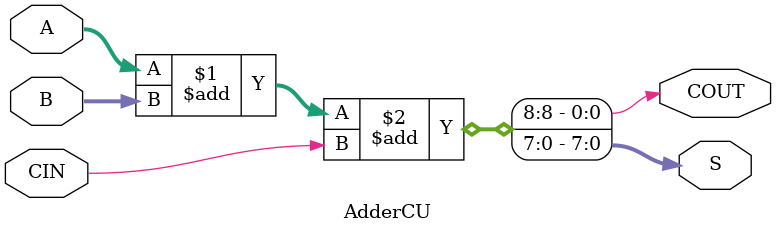
<source format=v>

module AdderCU (output[7:0] S, output COUT, input[7:0] A,B, input CIN);

assign {COUT,S} = A + B + CIN;

endmodule //endAdderCU
</source>
